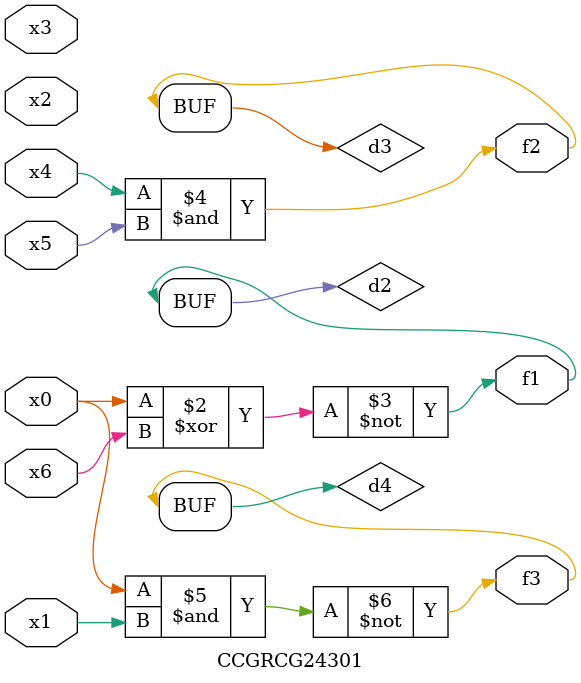
<source format=v>
module CCGRCG24301(
	input x0, x1, x2, x3, x4, x5, x6,
	output f1, f2, f3
);

	wire d1, d2, d3, d4;

	nor (d1, x0);
	xnor (d2, x0, x6);
	and (d3, x4, x5);
	nand (d4, x0, x1);
	assign f1 = d2;
	assign f2 = d3;
	assign f3 = d4;
endmodule

</source>
